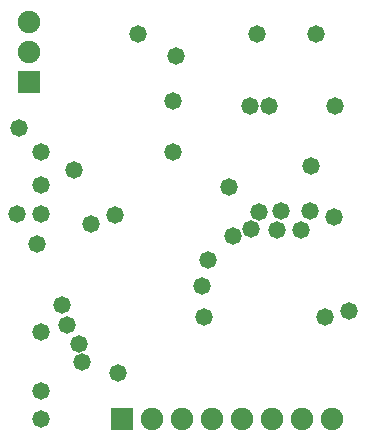
<source format=gbs>
G04*
G04 #@! TF.GenerationSoftware,Altium Limited,Altium Designer,20.0.9 (164)*
G04*
G04 Layer_Color=16711935*
%FSLAX25Y25*%
%MOIN*%
G70*
G01*
G75*
%ADD39R,0.07493X0.07493*%
%ADD40C,0.07493*%
%ADD41R,0.07493X0.07493*%
%ADD42C,0.05800*%
D39*
X273000Y464500D02*
D03*
D40*
Y474500D02*
D03*
Y484500D02*
D03*
X374000Y352000D02*
D03*
X364000D02*
D03*
X354000D02*
D03*
X344000D02*
D03*
X334000D02*
D03*
X324000D02*
D03*
X314000D02*
D03*
D41*
X304000D02*
D03*
D42*
X269500Y449000D02*
D03*
X371480Y386000D02*
D03*
X293500Y417000D02*
D03*
X301500Y420000D02*
D03*
X290500Y371000D02*
D03*
X322000Y473000D02*
D03*
X366500Y421500D02*
D03*
X321000Y441000D02*
D03*
X374500Y419500D02*
D03*
X379500Y388000D02*
D03*
X288000Y435000D02*
D03*
X321000Y458000D02*
D03*
X275500Y410500D02*
D03*
X277000Y352000D02*
D03*
Y381000D02*
D03*
Y420500D02*
D03*
X285500Y383500D02*
D03*
X269000Y420500D02*
D03*
X284000Y390000D02*
D03*
X367000Y436500D02*
D03*
X309222Y480500D02*
D03*
X277000Y430000D02*
D03*
X276999Y441000D02*
D03*
X332500Y405000D02*
D03*
X330500Y396500D02*
D03*
X341000Y413000D02*
D03*
X277000Y361500D02*
D03*
X331260Y386000D02*
D03*
X348778Y480500D02*
D03*
X368555D02*
D03*
X302500Y367500D02*
D03*
X289500Y377000D02*
D03*
X363500Y415000D02*
D03*
X357000Y421500D02*
D03*
X355500Y415000D02*
D03*
X349500Y421000D02*
D03*
X347000Y415500D02*
D03*
X375000Y456500D02*
D03*
X353000D02*
D03*
X339500Y429500D02*
D03*
X346500Y456500D02*
D03*
M02*

</source>
